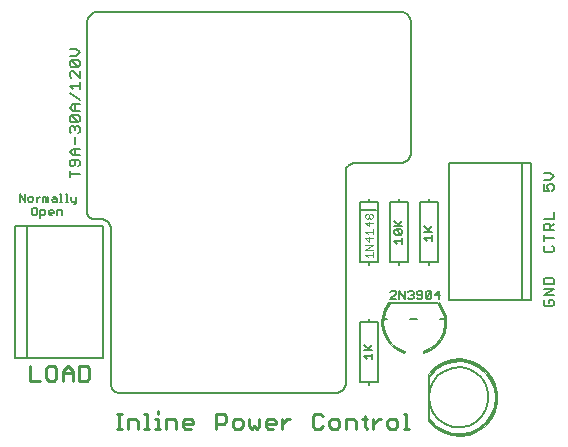
<source format=gto>
G75*
G70*
%OFA0B0*%
%FSLAX24Y24*%
%IPPOS*%
%LPD*%
%AMOC8*
5,1,8,0,0,1.08239X$1,22.5*
%
%ADD10C,0.0060*%
%ADD11C,0.0090*%
%ADD12C,0.0050*%
%ADD13C,0.0080*%
%ADD14C,0.0010*%
%ADD15C,0.0040*%
D10*
X002262Y009062D02*
X002262Y009289D01*
X002262Y009175D02*
X002602Y009175D01*
X002545Y009430D02*
X002602Y009487D01*
X002602Y009600D01*
X002545Y009657D01*
X002318Y009657D01*
X002262Y009600D01*
X002262Y009487D01*
X002318Y009430D01*
X002375Y009430D01*
X002432Y009487D01*
X002432Y009657D01*
X002432Y009798D02*
X002432Y010025D01*
X002375Y010025D02*
X002602Y010025D01*
X002432Y010167D02*
X002432Y010394D01*
X002545Y010535D02*
X002602Y010592D01*
X002602Y010705D01*
X002545Y010762D01*
X002488Y010762D01*
X002432Y010705D01*
X002432Y010648D01*
X002432Y010705D02*
X002375Y010762D01*
X002318Y010762D01*
X002262Y010705D01*
X002262Y010592D01*
X002318Y010535D01*
X002318Y010903D02*
X002262Y010960D01*
X002262Y011073D01*
X002318Y011130D01*
X002545Y010903D01*
X002602Y010960D01*
X002602Y011073D01*
X002545Y011130D01*
X002318Y011130D01*
X002375Y011272D02*
X002262Y011385D01*
X002375Y011499D01*
X002602Y011499D01*
X002602Y011640D02*
X002262Y011867D01*
X002375Y012008D02*
X002262Y012122D01*
X002602Y012122D01*
X002602Y012235D02*
X002602Y012008D01*
X002602Y012377D02*
X002375Y012603D01*
X002318Y012603D01*
X002262Y012547D01*
X002262Y012433D01*
X002318Y012377D01*
X002602Y012377D02*
X002602Y012603D01*
X002545Y012745D02*
X002318Y012745D01*
X002262Y012802D01*
X002262Y012915D01*
X002318Y012972D01*
X002545Y012745D01*
X002602Y012802D01*
X002602Y012915D01*
X002545Y012972D01*
X002318Y012972D01*
X002262Y013113D02*
X002488Y013113D01*
X002602Y013227D01*
X002488Y013340D01*
X002262Y013340D01*
X002432Y011499D02*
X002432Y011272D01*
X002375Y011272D02*
X002602Y011272D01*
X002545Y010903D02*
X002318Y010903D01*
X002375Y010025D02*
X002262Y009912D01*
X002375Y009798D01*
X002602Y009798D01*
X014232Y001732D02*
X014269Y002002D01*
X014378Y002252D01*
X014549Y002463D01*
X014772Y002620D01*
X015029Y002711D01*
X015300Y002730D01*
X015567Y002674D01*
X015809Y002549D01*
X016008Y002363D01*
X016149Y002130D01*
X016223Y001868D01*
X016223Y001596D01*
X016149Y001334D01*
X016008Y001101D01*
X015809Y000915D01*
X015567Y000790D01*
X015300Y000734D01*
X015029Y000753D01*
X014772Y000844D01*
X014549Y001001D01*
X014378Y001212D01*
X014269Y001462D01*
X014232Y001732D01*
X018062Y004819D02*
X018118Y004762D01*
X018345Y004762D01*
X018402Y004819D01*
X018402Y004932D01*
X018345Y004989D01*
X018232Y004989D01*
X018232Y004875D01*
X018118Y004989D02*
X018062Y004932D01*
X018062Y004819D01*
X018062Y005130D02*
X018402Y005357D01*
X018062Y005357D01*
X018062Y005498D02*
X018062Y005669D01*
X018118Y005725D01*
X018345Y005725D01*
X018402Y005669D01*
X018402Y005498D01*
X018062Y005498D01*
X018062Y005130D02*
X018402Y005130D01*
X018345Y006562D02*
X018118Y006562D01*
X018062Y006619D01*
X018062Y006732D01*
X018118Y006789D01*
X018062Y006930D02*
X018062Y007157D01*
X018062Y007044D02*
X018402Y007044D01*
X018402Y007298D02*
X018062Y007298D01*
X018062Y007469D01*
X018118Y007525D01*
X018232Y007525D01*
X018288Y007469D01*
X018288Y007298D01*
X018288Y007412D02*
X018402Y007525D01*
X018402Y007667D02*
X018402Y007894D01*
X018402Y007667D02*
X018062Y007667D01*
X018345Y006789D02*
X018402Y006732D01*
X018402Y006619D01*
X018345Y006562D01*
X018345Y008612D02*
X018402Y008669D01*
X018402Y008782D01*
X018345Y008839D01*
X018232Y008839D01*
X018175Y008782D01*
X018175Y008725D01*
X018232Y008612D01*
X018062Y008612D01*
X018062Y008839D01*
X018062Y008980D02*
X018288Y008980D01*
X018402Y009094D01*
X018288Y009207D01*
X018062Y009207D01*
D11*
X001267Y002277D02*
X000927Y002277D01*
X000927Y002787D01*
X001479Y002702D02*
X001479Y002362D01*
X001564Y002277D01*
X001734Y002277D01*
X001820Y002362D01*
X001820Y002702D01*
X001734Y002787D01*
X001564Y002787D01*
X001479Y002702D01*
X002032Y002617D02*
X002032Y002277D01*
X002032Y002532D02*
X002372Y002532D01*
X002372Y002617D02*
X002372Y002277D01*
X002584Y002277D02*
X002839Y002277D01*
X002924Y002362D01*
X002924Y002702D01*
X002839Y002787D01*
X002584Y002787D01*
X002584Y002277D01*
X002372Y002617D02*
X002202Y002787D01*
X002032Y002617D01*
X003827Y001187D02*
X003997Y001187D01*
X003912Y001187D02*
X003912Y000677D01*
X003827Y000677D02*
X003997Y000677D01*
X004195Y000677D02*
X004195Y001017D01*
X004450Y001017D01*
X004535Y000932D01*
X004535Y000677D01*
X004748Y000677D02*
X004918Y000677D01*
X004833Y000677D02*
X004833Y001187D01*
X004748Y001187D01*
X005116Y001017D02*
X005201Y001017D01*
X005201Y000677D01*
X005116Y000677D02*
X005286Y000677D01*
X005484Y000677D02*
X005484Y001017D01*
X005739Y001017D01*
X005824Y000932D01*
X005824Y000677D01*
X006037Y000762D02*
X006037Y000932D01*
X006122Y001017D01*
X006292Y001017D01*
X006377Y000932D01*
X006377Y000847D01*
X006037Y000847D01*
X006037Y000762D02*
X006122Y000677D01*
X006292Y000677D01*
X007141Y000677D02*
X007141Y001187D01*
X007397Y001187D01*
X007482Y001102D01*
X007482Y000932D01*
X007397Y000847D01*
X007141Y000847D01*
X007694Y000932D02*
X007694Y000762D01*
X007779Y000677D01*
X007949Y000677D01*
X008034Y000762D01*
X008034Y000932D01*
X007949Y001017D01*
X007779Y001017D01*
X007694Y000932D01*
X008246Y001017D02*
X008246Y000762D01*
X008331Y000677D01*
X008416Y000762D01*
X008502Y000677D01*
X008587Y000762D01*
X008587Y001017D01*
X008799Y000932D02*
X008799Y000762D01*
X008884Y000677D01*
X009054Y000677D01*
X009139Y000847D02*
X008799Y000847D01*
X008799Y000932D02*
X008884Y001017D01*
X009054Y001017D01*
X009139Y000932D01*
X009139Y000847D01*
X009351Y000847D02*
X009521Y001017D01*
X009606Y001017D01*
X009351Y001017D02*
X009351Y000677D01*
X010364Y000762D02*
X010449Y000677D01*
X010619Y000677D01*
X010704Y000762D01*
X010916Y000762D02*
X010916Y000932D01*
X011002Y001017D01*
X011172Y001017D01*
X011257Y000932D01*
X011257Y000762D01*
X011172Y000677D01*
X011002Y000677D01*
X010916Y000762D01*
X010704Y001102D02*
X010619Y001187D01*
X010449Y001187D01*
X010364Y001102D01*
X010364Y000762D01*
X011469Y000677D02*
X011469Y001017D01*
X011724Y001017D01*
X011809Y000932D01*
X011809Y000677D01*
X012106Y000762D02*
X012191Y000677D01*
X012106Y000762D02*
X012106Y001102D01*
X012021Y001017D02*
X012191Y001017D01*
X012390Y001017D02*
X012390Y000677D01*
X012390Y000847D02*
X012560Y001017D01*
X012645Y001017D01*
X012850Y000932D02*
X012850Y000762D01*
X012935Y000677D01*
X013105Y000677D01*
X013190Y000762D01*
X013190Y000932D01*
X013105Y001017D01*
X012935Y001017D01*
X012850Y000932D01*
X013402Y000677D02*
X013573Y000677D01*
X013488Y000677D02*
X013488Y001187D01*
X013402Y001187D01*
X005201Y001272D02*
X005201Y001187D01*
D12*
X012087Y003097D02*
X012357Y003097D01*
X012357Y003007D02*
X012357Y003187D01*
X012357Y003301D02*
X012087Y003301D01*
X012222Y003346D02*
X012357Y003482D01*
X012267Y003301D02*
X012087Y003482D01*
X012087Y003097D02*
X012177Y003007D01*
X012957Y005007D02*
X013137Y005187D01*
X013137Y005232D01*
X013092Y005277D01*
X013002Y005277D01*
X012957Y005232D01*
X012957Y005007D02*
X013137Y005007D01*
X013251Y005007D02*
X013251Y005277D01*
X013432Y005007D01*
X013432Y005277D01*
X013546Y005232D02*
X013591Y005277D01*
X013681Y005277D01*
X013726Y005232D01*
X013726Y005187D01*
X013681Y005142D01*
X013726Y005097D01*
X013726Y005052D01*
X013681Y005007D01*
X013591Y005007D01*
X013546Y005052D01*
X013636Y005142D02*
X013681Y005142D01*
X013841Y005187D02*
X013886Y005142D01*
X014021Y005142D01*
X014021Y005232D02*
X013976Y005277D01*
X013886Y005277D01*
X013841Y005232D01*
X013841Y005187D01*
X013841Y005052D02*
X013886Y005007D01*
X013976Y005007D01*
X014021Y005052D01*
X014021Y005232D01*
X014135Y005232D02*
X014135Y005052D01*
X014316Y005232D01*
X014316Y005052D01*
X014270Y005007D01*
X014180Y005007D01*
X014135Y005052D01*
X014135Y005232D02*
X014180Y005277D01*
X014270Y005277D01*
X014316Y005232D01*
X014430Y005142D02*
X014565Y005277D01*
X014565Y005007D01*
X014610Y005142D02*
X014430Y005142D01*
X013357Y006857D02*
X013357Y007037D01*
X013357Y006947D02*
X013087Y006947D01*
X013177Y006857D01*
X013132Y007151D02*
X013087Y007196D01*
X013087Y007287D01*
X013132Y007332D01*
X013312Y007151D01*
X013357Y007196D01*
X013357Y007287D01*
X013312Y007332D01*
X013132Y007332D01*
X013087Y007446D02*
X013357Y007446D01*
X013267Y007446D02*
X013087Y007626D01*
X013222Y007491D02*
X013357Y007626D01*
X013312Y007151D02*
X013132Y007151D01*
X014087Y007251D02*
X014357Y007251D01*
X014267Y007251D02*
X014087Y007432D01*
X014222Y007296D02*
X014357Y007432D01*
X014357Y007137D02*
X014357Y006957D01*
X014357Y007047D02*
X014087Y007047D01*
X014177Y006957D01*
X002477Y008215D02*
X002435Y008173D01*
X002394Y008173D01*
X002477Y008215D02*
X002477Y008424D01*
X002310Y008424D02*
X002310Y008299D01*
X002352Y008257D01*
X002477Y008257D01*
X002209Y008257D02*
X002126Y008257D01*
X002168Y008257D02*
X002168Y008507D01*
X002126Y008507D01*
X001984Y008507D02*
X001984Y008257D01*
X002025Y008257D02*
X001942Y008257D01*
X001832Y008257D02*
X001832Y008382D01*
X001791Y008424D01*
X001707Y008424D01*
X001707Y008340D02*
X001666Y008299D01*
X001707Y008257D01*
X001832Y008257D01*
X001832Y008340D02*
X001707Y008340D01*
X001556Y008382D02*
X001556Y008257D01*
X001473Y008257D02*
X001473Y008382D01*
X001514Y008424D01*
X001556Y008382D01*
X001473Y008382D02*
X001431Y008424D01*
X001389Y008424D01*
X001389Y008257D01*
X001284Y008424D02*
X001243Y008424D01*
X001159Y008340D01*
X001159Y008257D02*
X001159Y008424D01*
X001050Y008382D02*
X001050Y008299D01*
X001008Y008257D01*
X000925Y008257D01*
X000883Y008299D01*
X000883Y008382D01*
X000925Y008424D01*
X001008Y008424D01*
X001050Y008382D01*
X000774Y008257D02*
X000774Y008507D01*
X000607Y008507D02*
X000607Y008257D01*
X000774Y008257D02*
X000607Y008507D01*
X001049Y008057D02*
X001007Y008015D01*
X001007Y007849D01*
X001049Y007807D01*
X001132Y007807D01*
X001174Y007849D01*
X001174Y008015D01*
X001132Y008057D01*
X001049Y008057D01*
X001283Y007974D02*
X001408Y007974D01*
X001450Y007932D01*
X001450Y007849D01*
X001408Y007807D01*
X001283Y007807D01*
X001283Y007723D02*
X001283Y007974D01*
X001559Y007932D02*
X001559Y007849D01*
X001601Y007807D01*
X001684Y007807D01*
X001726Y007890D02*
X001559Y007890D01*
X001559Y007932D02*
X001601Y007974D01*
X001684Y007974D01*
X001726Y007932D01*
X001726Y007890D01*
X001835Y007807D02*
X001835Y007974D01*
X001961Y007974D01*
X002002Y007932D01*
X002002Y007807D01*
X001984Y008507D02*
X001942Y008507D01*
D13*
X002838Y007956D02*
X002838Y014232D01*
X002837Y014232D02*
X002878Y014371D01*
X002966Y014487D01*
X003089Y014563D01*
X003231Y014591D01*
X003232Y014590D02*
X013232Y014590D01*
X013231Y014590D02*
X013384Y014584D01*
X013518Y014509D01*
X013605Y014383D01*
X013626Y014231D01*
X013626Y014232D02*
X013626Y009846D01*
X013603Y009738D01*
X013544Y009646D01*
X013456Y009580D01*
X013350Y009550D01*
X013350Y009551D02*
X011736Y009551D01*
X011630Y009521D01*
X011542Y009455D01*
X011483Y009363D01*
X011460Y009255D01*
X011460Y002169D01*
X011437Y002061D01*
X011378Y001969D01*
X011290Y001903D01*
X011184Y001873D01*
X011185Y001874D02*
X003901Y001874D01*
X003775Y001916D01*
X003677Y002006D01*
X003626Y002129D01*
X003626Y007366D01*
X003385Y007452D02*
X000826Y007452D01*
X000826Y003043D01*
X000433Y003043D01*
X000433Y007452D01*
X000826Y007452D01*
X003114Y007661D02*
X003350Y007661D01*
X003385Y007452D02*
X003385Y003043D01*
X000826Y003043D01*
X003626Y007365D02*
X003603Y007473D01*
X003544Y007565D01*
X003456Y007631D01*
X003350Y007661D01*
X003114Y007661D02*
X003005Y007686D01*
X002914Y007751D01*
X002855Y007846D01*
X002838Y007956D01*
X011932Y008232D02*
X011932Y006232D01*
X012232Y006232D01*
X012232Y006132D01*
X012232Y006232D02*
X012532Y006232D01*
X012532Y008232D01*
X012232Y008232D01*
X012232Y008332D01*
X012232Y008232D02*
X011932Y008232D01*
X011982Y007982D02*
X012482Y007982D01*
X012932Y008232D02*
X013232Y008232D01*
X013232Y008332D01*
X013232Y008232D02*
X013532Y008232D01*
X013532Y006232D01*
X013232Y006232D01*
X013232Y006132D01*
X013232Y006232D02*
X012932Y006232D01*
X012932Y008232D01*
X013932Y008232D02*
X014232Y008232D01*
X014232Y008332D01*
X014232Y008232D02*
X014532Y008232D01*
X014532Y006232D01*
X014232Y006232D01*
X014232Y006132D01*
X014232Y006232D02*
X013932Y006232D01*
X013932Y008232D01*
X014893Y009543D02*
X017334Y009543D01*
X017334Y004976D01*
X014893Y004976D01*
X014893Y009543D01*
X017334Y009543D02*
X017649Y009543D01*
X017649Y004976D01*
X017334Y004976D01*
X014777Y004332D02*
X014619Y004332D01*
X014556Y004882D02*
X012907Y004882D01*
X012845Y004332D02*
X012687Y004332D01*
X012532Y004232D02*
X012232Y004232D01*
X012232Y004332D01*
X012232Y004232D02*
X011932Y004232D01*
X011932Y002232D01*
X012232Y002232D01*
X012232Y002132D01*
X012232Y002232D02*
X012532Y002232D01*
X012532Y004232D01*
X013619Y004332D02*
X013845Y004332D01*
X014232Y002482D02*
X014232Y000982D01*
D14*
X014200Y000952D02*
X014272Y001006D01*
X014271Y001005D02*
X014480Y000790D01*
X014736Y000634D01*
X015022Y000545D01*
X015322Y000530D01*
X015615Y000590D01*
X015886Y000720D01*
X016115Y000912D01*
X016290Y001156D01*
X016400Y001435D01*
X016437Y001732D01*
X016400Y002029D01*
X016290Y002308D01*
X016115Y002552D01*
X015886Y002744D01*
X015615Y002874D01*
X015322Y002934D01*
X015022Y002919D01*
X014736Y002830D01*
X014480Y002674D01*
X014271Y002459D01*
X014200Y002512D01*
X014199Y002513D01*
X014412Y002734D01*
X014671Y002899D01*
X014961Y002998D01*
X015267Y003027D01*
X015570Y002982D01*
X015855Y002867D01*
X016105Y002689D01*
X016305Y002457D01*
X016446Y002184D01*
X016518Y001885D01*
X016518Y001579D01*
X016446Y001280D01*
X016305Y001007D01*
X016105Y000775D01*
X015855Y000597D01*
X015570Y000482D01*
X015267Y000437D01*
X014961Y000466D01*
X014671Y000565D01*
X014412Y000730D01*
X014199Y000951D01*
X014206Y000956D01*
X014418Y000737D01*
X014675Y000573D01*
X014963Y000474D01*
X015266Y000446D01*
X015568Y000491D01*
X015851Y000605D01*
X016099Y000782D01*
X016298Y001012D01*
X016437Y001283D01*
X016509Y001580D01*
X016509Y001884D01*
X016437Y002181D01*
X016298Y002452D01*
X016099Y002682D01*
X015851Y002859D01*
X015568Y002973D01*
X015266Y003018D01*
X014963Y002990D01*
X014675Y002891D01*
X014418Y002727D01*
X014206Y002508D01*
X014213Y002502D01*
X014423Y002720D01*
X014679Y002883D01*
X014965Y002981D01*
X015266Y003009D01*
X015566Y002965D01*
X015846Y002852D01*
X016093Y002676D01*
X016290Y002447D01*
X016429Y002177D01*
X016500Y001883D01*
X016500Y001581D01*
X016429Y001287D01*
X016290Y001017D01*
X016093Y000788D01*
X015846Y000612D01*
X015566Y000499D01*
X015266Y000455D01*
X014965Y000483D01*
X014679Y000581D01*
X014423Y000744D01*
X014213Y000962D01*
X014221Y000967D01*
X014429Y000751D01*
X014682Y000589D01*
X014967Y000492D01*
X015266Y000464D01*
X015563Y000508D01*
X015842Y000620D01*
X016086Y000795D01*
X016283Y001022D01*
X016420Y001290D01*
X016491Y001582D01*
X016491Y001882D01*
X016420Y002174D01*
X016283Y002442D01*
X016086Y002669D01*
X015842Y002844D01*
X015563Y002956D01*
X015266Y003000D01*
X014967Y002972D01*
X014682Y002875D01*
X014429Y002713D01*
X014221Y002497D01*
X014228Y002491D01*
X014435Y002706D01*
X014686Y002867D01*
X014969Y002963D01*
X015266Y002991D01*
X015561Y002947D01*
X015838Y002836D01*
X016080Y002662D01*
X016275Y002436D01*
X016412Y002171D01*
X016482Y001881D01*
X016482Y001583D01*
X016412Y001293D01*
X016275Y001028D01*
X016080Y000802D01*
X015838Y000628D01*
X015561Y000517D01*
X015266Y000473D01*
X014969Y000501D01*
X014686Y000597D01*
X014435Y000758D01*
X014228Y000973D01*
X014235Y000978D01*
X014452Y000755D01*
X014717Y000593D01*
X015014Y000501D01*
X015325Y000485D01*
X015630Y000547D01*
X015910Y000682D01*
X016148Y000882D01*
X016330Y001134D01*
X016443Y001423D01*
X016482Y001732D01*
X016443Y002041D01*
X016330Y002330D01*
X016148Y002582D01*
X015910Y002782D01*
X015630Y002917D01*
X015325Y002979D01*
X015014Y002963D01*
X014717Y002871D01*
X014452Y002709D01*
X014235Y002486D01*
X014242Y002481D01*
X014458Y002702D01*
X014721Y002863D01*
X015016Y002954D01*
X015324Y002970D01*
X015627Y002909D01*
X015905Y002775D01*
X016142Y002576D01*
X016322Y002326D01*
X016435Y002038D01*
X016473Y001732D01*
X016435Y001426D01*
X016322Y001138D01*
X016142Y000888D01*
X015905Y000689D01*
X015627Y000555D01*
X015324Y000494D01*
X015016Y000510D01*
X014721Y000601D01*
X014458Y000762D01*
X014242Y000983D01*
X014249Y000989D01*
X014463Y000769D01*
X014725Y000609D01*
X015017Y000519D01*
X015324Y000503D01*
X015624Y000564D01*
X015900Y000697D01*
X016135Y000894D01*
X016314Y001143D01*
X016426Y001428D01*
X016464Y001732D01*
X016426Y002036D01*
X016314Y002321D01*
X016135Y002570D01*
X015900Y002767D01*
X015624Y002900D01*
X015324Y002961D01*
X015017Y002945D01*
X014725Y002855D01*
X014463Y002695D01*
X014249Y002475D01*
X014257Y002470D01*
X014469Y002688D01*
X014728Y002846D01*
X015019Y002936D01*
X015323Y002952D01*
X015621Y002891D01*
X015895Y002760D01*
X016128Y002564D01*
X016306Y002317D01*
X016417Y002034D01*
X016455Y001732D01*
X016417Y001430D01*
X016306Y001147D01*
X016128Y000900D01*
X015895Y000704D01*
X015621Y000573D01*
X015323Y000512D01*
X015019Y000528D01*
X014728Y000618D01*
X014469Y000776D01*
X014257Y000994D01*
X014264Y001000D01*
X014475Y000783D01*
X014732Y000626D01*
X015021Y000537D01*
X015322Y000521D01*
X015618Y000581D01*
X015890Y000712D01*
X016122Y000906D01*
X016298Y001151D01*
X016408Y001432D01*
X016446Y001732D01*
X016408Y002032D01*
X016298Y002313D01*
X016122Y002558D01*
X015890Y002752D01*
X015618Y002883D01*
X015322Y002943D01*
X015021Y002927D01*
X014732Y002838D01*
X014475Y002681D01*
X014264Y002464D01*
X012877Y004899D02*
X012932Y004856D01*
X012806Y004647D01*
X012733Y004414D01*
X012719Y004170D01*
X012763Y003930D01*
X012863Y003707D01*
X013013Y003515D01*
X013205Y003364D01*
X013428Y003264D01*
X013408Y003197D01*
X013407Y003197D01*
X013169Y003304D01*
X012964Y003466D01*
X012803Y003671D01*
X012696Y003909D01*
X012649Y004166D01*
X012665Y004427D01*
X012742Y004676D01*
X012877Y004900D01*
X012884Y004894D01*
X012750Y004672D01*
X012673Y004425D01*
X012658Y004167D01*
X012705Y003912D01*
X012811Y003676D01*
X012970Y003472D01*
X013174Y003312D01*
X013410Y003205D01*
X013413Y003214D01*
X013179Y003320D01*
X012977Y003478D01*
X012819Y003680D01*
X012713Y003915D01*
X012667Y004167D01*
X012682Y004423D01*
X012758Y004669D01*
X012891Y004889D01*
X012898Y004883D01*
X012767Y004665D01*
X012691Y004422D01*
X012676Y004168D01*
X012722Y003917D01*
X012826Y003685D01*
X012983Y003485D01*
X013183Y003327D01*
X013415Y003223D01*
X013418Y003231D01*
X013188Y003335D01*
X012989Y003491D01*
X012834Y003690D01*
X012730Y003920D01*
X012685Y004168D01*
X012700Y004420D01*
X012775Y004661D01*
X012905Y004877D01*
X012912Y004872D01*
X012783Y004658D01*
X012709Y004419D01*
X012694Y004169D01*
X012739Y003923D01*
X012842Y003694D01*
X012996Y003497D01*
X013193Y003343D01*
X013421Y003240D01*
X013423Y003248D01*
X013197Y003351D01*
X013002Y003504D01*
X012849Y003699D01*
X012748Y003925D01*
X012703Y004169D01*
X012718Y004417D01*
X012791Y004654D01*
X012919Y004866D01*
X012926Y004861D01*
X012799Y004650D01*
X012727Y004415D01*
X012712Y004170D01*
X012756Y003928D01*
X012857Y003704D01*
X013009Y003510D01*
X013202Y003358D01*
X013426Y003257D01*
X014056Y003197D02*
X014036Y003264D01*
X014258Y003364D01*
X014450Y003515D01*
X014601Y003707D01*
X014701Y003930D01*
X014745Y004170D01*
X014731Y004414D01*
X014658Y004647D01*
X014532Y004856D01*
X014587Y004899D01*
X014587Y004900D01*
X014722Y004676D01*
X014799Y004427D01*
X014815Y004166D01*
X014768Y003909D01*
X014661Y003671D01*
X014500Y003466D01*
X014295Y003304D01*
X014057Y003197D01*
X014054Y003205D01*
X014290Y003312D01*
X014494Y003472D01*
X014653Y003676D01*
X014759Y003912D01*
X014806Y004167D01*
X014791Y004425D01*
X014714Y004672D01*
X014580Y004894D01*
X014573Y004889D01*
X014706Y004669D01*
X014782Y004423D01*
X014797Y004167D01*
X014751Y003915D01*
X014645Y003680D01*
X014487Y003478D01*
X014285Y003320D01*
X014051Y003214D01*
X014049Y003223D01*
X014281Y003327D01*
X014481Y003485D01*
X014638Y003685D01*
X014742Y003917D01*
X014788Y004168D01*
X014773Y004422D01*
X014697Y004665D01*
X014566Y004883D01*
X014559Y004877D01*
X014689Y004661D01*
X014764Y004420D01*
X014779Y004168D01*
X014734Y003920D01*
X014630Y003690D01*
X014475Y003491D01*
X014276Y003335D01*
X014046Y003231D01*
X014043Y003240D01*
X014271Y003343D01*
X014468Y003497D01*
X014622Y003694D01*
X014725Y003923D01*
X014770Y004169D01*
X014755Y004419D01*
X014681Y004658D01*
X014552Y004872D01*
X014545Y004866D01*
X014673Y004654D01*
X014746Y004417D01*
X014761Y004169D01*
X014716Y003925D01*
X014615Y003699D01*
X014462Y003504D01*
X014267Y003351D01*
X014041Y003248D01*
X014038Y003257D01*
X014262Y003358D01*
X014455Y003510D01*
X014607Y003704D01*
X014708Y003928D01*
X014752Y004170D01*
X014737Y004415D01*
X014665Y004650D01*
X014538Y004861D01*
D15*
X012362Y006402D02*
X012362Y006562D01*
X012362Y006482D02*
X012122Y006482D01*
X012202Y006402D01*
X012122Y006660D02*
X012362Y006820D01*
X012122Y006820D01*
X012242Y006917D02*
X012242Y007078D01*
X012202Y007175D02*
X012122Y007255D01*
X012362Y007255D01*
X012362Y007175D02*
X012362Y007335D01*
X012242Y007433D02*
X012242Y007593D01*
X012282Y007691D02*
X012242Y007731D01*
X012242Y007811D01*
X012282Y007851D01*
X012322Y007851D01*
X012362Y007811D01*
X012362Y007731D01*
X012322Y007691D01*
X012282Y007691D01*
X012242Y007731D02*
X012202Y007691D01*
X012162Y007691D01*
X012122Y007731D01*
X012122Y007811D01*
X012162Y007851D01*
X012202Y007851D01*
X012242Y007811D01*
X012362Y007553D02*
X012122Y007553D01*
X012242Y007433D01*
X012362Y007037D02*
X012122Y007037D01*
X012242Y006917D01*
X012362Y006660D02*
X012122Y006660D01*
M02*

</source>
